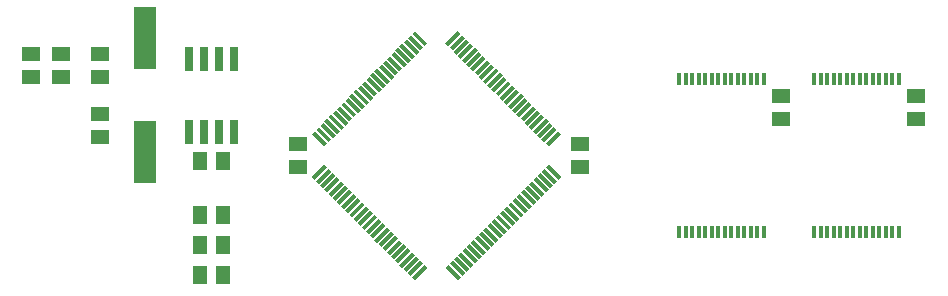
<source format=gbr>
G04 EAGLE Gerber RS-274X export*
G75*
%MOMM*%
%FSLAX34Y34*%
%LPD*%
%INSolderpaste Top*%
%IPPOS*%
%AMOC8*
5,1,8,0,0,1.08239X$1,22.5*%
G01*
%ADD10R,1.500000X0.350000*%
%ADD11R,0.350000X1.500000*%
%ADD12R,1.600000X1.300000*%
%ADD13R,1.300000X1.600000*%
%ADD14R,0.300000X1.000000*%
%ADD15R,1.300000X1.500000*%
%ADD16R,1.500000X1.300000*%
%ADD17R,0.660400X2.032000*%
%ADD18R,1.930400X5.334000*%


D10*
G36*
X352045Y497923D02*
X341440Y487318D01*
X338965Y489793D01*
X349570Y500398D01*
X352045Y497923D01*
G37*
G36*
X355581Y494387D02*
X344976Y483782D01*
X342501Y486257D01*
X353106Y496862D01*
X355581Y494387D01*
G37*
G36*
X359116Y490852D02*
X348511Y480247D01*
X346036Y482722D01*
X356641Y493327D01*
X359116Y490852D01*
G37*
G36*
X362652Y487316D02*
X352047Y476711D01*
X349572Y479186D01*
X360177Y489791D01*
X362652Y487316D01*
G37*
G36*
X366187Y483781D02*
X355582Y473176D01*
X353107Y475651D01*
X363712Y486256D01*
X366187Y483781D01*
G37*
G36*
X369723Y480245D02*
X359118Y469640D01*
X356643Y472115D01*
X367248Y482720D01*
X369723Y480245D01*
G37*
G36*
X373258Y476710D02*
X362653Y466105D01*
X360178Y468580D01*
X370783Y479185D01*
X373258Y476710D01*
G37*
G36*
X376794Y473174D02*
X366189Y462569D01*
X363714Y465044D01*
X374319Y475649D01*
X376794Y473174D01*
G37*
G36*
X380329Y469639D02*
X369724Y459034D01*
X367249Y461509D01*
X377854Y472114D01*
X380329Y469639D01*
G37*
G36*
X383865Y466103D02*
X373260Y455498D01*
X370785Y457973D01*
X381390Y468578D01*
X383865Y466103D01*
G37*
G36*
X387400Y462568D02*
X376795Y451963D01*
X374320Y454438D01*
X384925Y465043D01*
X387400Y462568D01*
G37*
G36*
X390936Y459032D02*
X380331Y448427D01*
X377856Y450902D01*
X388461Y461507D01*
X390936Y459032D01*
G37*
G36*
X394471Y455496D02*
X383866Y444891D01*
X381391Y447366D01*
X391996Y457971D01*
X394471Y455496D01*
G37*
G36*
X398007Y451961D02*
X387402Y441356D01*
X384927Y443831D01*
X395532Y454436D01*
X398007Y451961D01*
G37*
G36*
X401543Y448425D02*
X390938Y437820D01*
X388463Y440295D01*
X399068Y450900D01*
X401543Y448425D01*
G37*
G36*
X405078Y444890D02*
X394473Y434285D01*
X391998Y436760D01*
X402603Y447365D01*
X405078Y444890D01*
G37*
G36*
X408614Y441354D02*
X398009Y430749D01*
X395534Y433224D01*
X406139Y443829D01*
X408614Y441354D01*
G37*
G36*
X412149Y437819D02*
X401544Y427214D01*
X399069Y429689D01*
X409674Y440294D01*
X412149Y437819D01*
G37*
G36*
X415685Y434283D02*
X405080Y423678D01*
X402605Y426153D01*
X413210Y436758D01*
X415685Y434283D01*
G37*
G36*
X419220Y430748D02*
X408615Y420143D01*
X406140Y422618D01*
X416745Y433223D01*
X419220Y430748D01*
G37*
G36*
X422756Y427212D02*
X412151Y416607D01*
X409676Y419082D01*
X420281Y429687D01*
X422756Y427212D01*
G37*
G36*
X426291Y423677D02*
X415686Y413072D01*
X413211Y415547D01*
X423816Y426152D01*
X426291Y423677D01*
G37*
G36*
X429827Y420141D02*
X419222Y409536D01*
X416747Y412011D01*
X427352Y422616D01*
X429827Y420141D01*
G37*
G36*
X433362Y416606D02*
X422757Y406001D01*
X420282Y408476D01*
X430887Y419081D01*
X433362Y416606D01*
G37*
G36*
X436898Y413070D02*
X426293Y402465D01*
X423818Y404940D01*
X434423Y415545D01*
X436898Y413070D01*
G37*
D11*
G36*
X465182Y404940D02*
X462707Y402465D01*
X452102Y413070D01*
X454577Y415545D01*
X465182Y404940D01*
G37*
G36*
X468718Y408476D02*
X466243Y406001D01*
X455638Y416606D01*
X458113Y419081D01*
X468718Y408476D01*
G37*
G36*
X472253Y412011D02*
X469778Y409536D01*
X459173Y420141D01*
X461648Y422616D01*
X472253Y412011D01*
G37*
G36*
X475789Y415547D02*
X473314Y413072D01*
X462709Y423677D01*
X465184Y426152D01*
X475789Y415547D01*
G37*
G36*
X479324Y419082D02*
X476849Y416607D01*
X466244Y427212D01*
X468719Y429687D01*
X479324Y419082D01*
G37*
G36*
X482860Y422618D02*
X480385Y420143D01*
X469780Y430748D01*
X472255Y433223D01*
X482860Y422618D01*
G37*
G36*
X486395Y426153D02*
X483920Y423678D01*
X473315Y434283D01*
X475790Y436758D01*
X486395Y426153D01*
G37*
G36*
X489931Y429689D02*
X487456Y427214D01*
X476851Y437819D01*
X479326Y440294D01*
X489931Y429689D01*
G37*
G36*
X493466Y433224D02*
X490991Y430749D01*
X480386Y441354D01*
X482861Y443829D01*
X493466Y433224D01*
G37*
G36*
X497002Y436760D02*
X494527Y434285D01*
X483922Y444890D01*
X486397Y447365D01*
X497002Y436760D01*
G37*
G36*
X500537Y440295D02*
X498062Y437820D01*
X487457Y448425D01*
X489932Y450900D01*
X500537Y440295D01*
G37*
G36*
X504073Y443831D02*
X501598Y441356D01*
X490993Y451961D01*
X493468Y454436D01*
X504073Y443831D01*
G37*
G36*
X507609Y447366D02*
X505134Y444891D01*
X494529Y455496D01*
X497004Y457971D01*
X507609Y447366D01*
G37*
G36*
X511144Y450902D02*
X508669Y448427D01*
X498064Y459032D01*
X500539Y461507D01*
X511144Y450902D01*
G37*
G36*
X514680Y454438D02*
X512205Y451963D01*
X501600Y462568D01*
X504075Y465043D01*
X514680Y454438D01*
G37*
G36*
X518215Y457973D02*
X515740Y455498D01*
X505135Y466103D01*
X507610Y468578D01*
X518215Y457973D01*
G37*
G36*
X521751Y461509D02*
X519276Y459034D01*
X508671Y469639D01*
X511146Y472114D01*
X521751Y461509D01*
G37*
G36*
X525286Y465044D02*
X522811Y462569D01*
X512206Y473174D01*
X514681Y475649D01*
X525286Y465044D01*
G37*
G36*
X528822Y468580D02*
X526347Y466105D01*
X515742Y476710D01*
X518217Y479185D01*
X528822Y468580D01*
G37*
G36*
X532357Y472115D02*
X529882Y469640D01*
X519277Y480245D01*
X521752Y482720D01*
X532357Y472115D01*
G37*
G36*
X535893Y475651D02*
X533418Y473176D01*
X522813Y483781D01*
X525288Y486256D01*
X535893Y475651D01*
G37*
G36*
X539428Y479186D02*
X536953Y476711D01*
X526348Y487316D01*
X528823Y489791D01*
X539428Y479186D01*
G37*
G36*
X542964Y482722D02*
X540489Y480247D01*
X529884Y490852D01*
X532359Y493327D01*
X542964Y482722D01*
G37*
G36*
X546499Y486257D02*
X544024Y483782D01*
X533419Y494387D01*
X535894Y496862D01*
X546499Y486257D01*
G37*
G36*
X550035Y489793D02*
X547560Y487318D01*
X536955Y497923D01*
X539430Y500398D01*
X550035Y489793D01*
G37*
D10*
G36*
X550035Y526207D02*
X539430Y515602D01*
X536955Y518077D01*
X547560Y528682D01*
X550035Y526207D01*
G37*
G36*
X546499Y529743D02*
X535894Y519138D01*
X533419Y521613D01*
X544024Y532218D01*
X546499Y529743D01*
G37*
G36*
X542964Y533278D02*
X532359Y522673D01*
X529884Y525148D01*
X540489Y535753D01*
X542964Y533278D01*
G37*
G36*
X539428Y536814D02*
X528823Y526209D01*
X526348Y528684D01*
X536953Y539289D01*
X539428Y536814D01*
G37*
G36*
X535893Y540349D02*
X525288Y529744D01*
X522813Y532219D01*
X533418Y542824D01*
X535893Y540349D01*
G37*
G36*
X532357Y543885D02*
X521752Y533280D01*
X519277Y535755D01*
X529882Y546360D01*
X532357Y543885D01*
G37*
G36*
X528822Y547420D02*
X518217Y536815D01*
X515742Y539290D01*
X526347Y549895D01*
X528822Y547420D01*
G37*
G36*
X525286Y550956D02*
X514681Y540351D01*
X512206Y542826D01*
X522811Y553431D01*
X525286Y550956D01*
G37*
G36*
X521751Y554491D02*
X511146Y543886D01*
X508671Y546361D01*
X519276Y556966D01*
X521751Y554491D01*
G37*
G36*
X518215Y558027D02*
X507610Y547422D01*
X505135Y549897D01*
X515740Y560502D01*
X518215Y558027D01*
G37*
G36*
X514680Y561562D02*
X504075Y550957D01*
X501600Y553432D01*
X512205Y564037D01*
X514680Y561562D01*
G37*
G36*
X511144Y565098D02*
X500539Y554493D01*
X498064Y556968D01*
X508669Y567573D01*
X511144Y565098D01*
G37*
G36*
X507609Y568634D02*
X497004Y558029D01*
X494529Y560504D01*
X505134Y571109D01*
X507609Y568634D01*
G37*
G36*
X504073Y572169D02*
X493468Y561564D01*
X490993Y564039D01*
X501598Y574644D01*
X504073Y572169D01*
G37*
G36*
X500537Y575705D02*
X489932Y565100D01*
X487457Y567575D01*
X498062Y578180D01*
X500537Y575705D01*
G37*
G36*
X497002Y579240D02*
X486397Y568635D01*
X483922Y571110D01*
X494527Y581715D01*
X497002Y579240D01*
G37*
G36*
X493466Y582776D02*
X482861Y572171D01*
X480386Y574646D01*
X490991Y585251D01*
X493466Y582776D01*
G37*
G36*
X489931Y586311D02*
X479326Y575706D01*
X476851Y578181D01*
X487456Y588786D01*
X489931Y586311D01*
G37*
G36*
X486395Y589847D02*
X475790Y579242D01*
X473315Y581717D01*
X483920Y592322D01*
X486395Y589847D01*
G37*
G36*
X482860Y593382D02*
X472255Y582777D01*
X469780Y585252D01*
X480385Y595857D01*
X482860Y593382D01*
G37*
G36*
X479324Y596918D02*
X468719Y586313D01*
X466244Y588788D01*
X476849Y599393D01*
X479324Y596918D01*
G37*
G36*
X475789Y600453D02*
X465184Y589848D01*
X462709Y592323D01*
X473314Y602928D01*
X475789Y600453D01*
G37*
G36*
X472253Y603989D02*
X461648Y593384D01*
X459173Y595859D01*
X469778Y606464D01*
X472253Y603989D01*
G37*
G36*
X468718Y607524D02*
X458113Y596919D01*
X455638Y599394D01*
X466243Y609999D01*
X468718Y607524D01*
G37*
G36*
X465182Y611060D02*
X454577Y600455D01*
X452102Y602930D01*
X462707Y613535D01*
X465182Y611060D01*
G37*
D11*
G36*
X436898Y602930D02*
X434423Y600455D01*
X423818Y611060D01*
X426293Y613535D01*
X436898Y602930D01*
G37*
G36*
X433362Y599394D02*
X430887Y596919D01*
X420282Y607524D01*
X422757Y609999D01*
X433362Y599394D01*
G37*
G36*
X429827Y595859D02*
X427352Y593384D01*
X416747Y603989D01*
X419222Y606464D01*
X429827Y595859D01*
G37*
G36*
X426291Y592323D02*
X423816Y589848D01*
X413211Y600453D01*
X415686Y602928D01*
X426291Y592323D01*
G37*
G36*
X422756Y588788D02*
X420281Y586313D01*
X409676Y596918D01*
X412151Y599393D01*
X422756Y588788D01*
G37*
G36*
X419220Y585252D02*
X416745Y582777D01*
X406140Y593382D01*
X408615Y595857D01*
X419220Y585252D01*
G37*
G36*
X415685Y581717D02*
X413210Y579242D01*
X402605Y589847D01*
X405080Y592322D01*
X415685Y581717D01*
G37*
G36*
X412149Y578181D02*
X409674Y575706D01*
X399069Y586311D01*
X401544Y588786D01*
X412149Y578181D01*
G37*
G36*
X408614Y574646D02*
X406139Y572171D01*
X395534Y582776D01*
X398009Y585251D01*
X408614Y574646D01*
G37*
G36*
X405078Y571110D02*
X402603Y568635D01*
X391998Y579240D01*
X394473Y581715D01*
X405078Y571110D01*
G37*
G36*
X401543Y567575D02*
X399068Y565100D01*
X388463Y575705D01*
X390938Y578180D01*
X401543Y567575D01*
G37*
G36*
X398007Y564039D02*
X395532Y561564D01*
X384927Y572169D01*
X387402Y574644D01*
X398007Y564039D01*
G37*
G36*
X394471Y560504D02*
X391996Y558029D01*
X381391Y568634D01*
X383866Y571109D01*
X394471Y560504D01*
G37*
G36*
X390936Y556968D02*
X388461Y554493D01*
X377856Y565098D01*
X380331Y567573D01*
X390936Y556968D01*
G37*
G36*
X387400Y553432D02*
X384925Y550957D01*
X374320Y561562D01*
X376795Y564037D01*
X387400Y553432D01*
G37*
G36*
X383865Y549897D02*
X381390Y547422D01*
X370785Y558027D01*
X373260Y560502D01*
X383865Y549897D01*
G37*
G36*
X380329Y546361D02*
X377854Y543886D01*
X367249Y554491D01*
X369724Y556966D01*
X380329Y546361D01*
G37*
G36*
X376794Y542826D02*
X374319Y540351D01*
X363714Y550956D01*
X366189Y553431D01*
X376794Y542826D01*
G37*
G36*
X373258Y539290D02*
X370783Y536815D01*
X360178Y547420D01*
X362653Y549895D01*
X373258Y539290D01*
G37*
G36*
X369723Y535755D02*
X367248Y533280D01*
X356643Y543885D01*
X359118Y546360D01*
X369723Y535755D01*
G37*
G36*
X366187Y532219D02*
X363712Y529744D01*
X353107Y540349D01*
X355582Y542824D01*
X366187Y532219D01*
G37*
G36*
X362652Y528684D02*
X360177Y526209D01*
X349572Y536814D01*
X352047Y539289D01*
X362652Y528684D01*
G37*
G36*
X359116Y525148D02*
X356641Y522673D01*
X346036Y533278D01*
X348511Y535753D01*
X359116Y525148D01*
G37*
G36*
X355581Y521613D02*
X353106Y519138D01*
X342501Y529743D01*
X344976Y532218D01*
X355581Y521613D01*
G37*
G36*
X352045Y518077D02*
X349570Y515602D01*
X338965Y526207D01*
X341440Y528682D01*
X352045Y518077D01*
G37*
D12*
X736600Y558640D03*
X736600Y538640D03*
X850900Y558640D03*
X850900Y538640D03*
D13*
X244000Y502920D03*
X264000Y502920D03*
D12*
X327660Y498000D03*
X327660Y518000D03*
X566420Y518000D03*
X566420Y498000D03*
X160020Y543400D03*
X160020Y523400D03*
X160020Y574200D03*
X160020Y594200D03*
D14*
X683050Y573000D03*
X677550Y573000D03*
X672050Y573000D03*
X666550Y573000D03*
X661050Y573000D03*
X655550Y573000D03*
X650050Y573000D03*
X650050Y443000D03*
X655550Y443000D03*
X661050Y443000D03*
X666550Y443000D03*
X672050Y443000D03*
X677550Y443000D03*
X683050Y443000D03*
X688550Y443000D03*
X694050Y443000D03*
X699550Y443000D03*
X705050Y443000D03*
X710550Y443000D03*
X716050Y443000D03*
X721550Y443000D03*
X721550Y573000D03*
X716050Y573000D03*
X710550Y573000D03*
X705050Y573000D03*
X699550Y573000D03*
X694050Y573000D03*
X688550Y573000D03*
X797350Y573000D03*
X791850Y573000D03*
X786350Y573000D03*
X780850Y573000D03*
X775350Y573000D03*
X769850Y573000D03*
X764350Y573000D03*
X764350Y443000D03*
X769850Y443000D03*
X775350Y443000D03*
X780850Y443000D03*
X786350Y443000D03*
X791850Y443000D03*
X797350Y443000D03*
X802850Y443000D03*
X808350Y443000D03*
X813850Y443000D03*
X819350Y443000D03*
X824850Y443000D03*
X830350Y443000D03*
X835850Y443000D03*
X835850Y573000D03*
X830350Y573000D03*
X824850Y573000D03*
X819350Y573000D03*
X813850Y573000D03*
X808350Y573000D03*
X802850Y573000D03*
D15*
X244500Y457200D03*
X263500Y457200D03*
X244500Y431800D03*
X263500Y431800D03*
X244500Y406400D03*
X263500Y406400D03*
D16*
X127000Y574700D03*
X127000Y593700D03*
X101600Y574700D03*
X101600Y593700D03*
D17*
X234950Y528066D03*
X234950Y589534D03*
X247650Y528066D03*
X260350Y528066D03*
X247650Y589534D03*
X260350Y589534D03*
X273050Y528066D03*
X273050Y589534D03*
D18*
X198120Y607060D03*
X198120Y510540D03*
M02*

</source>
